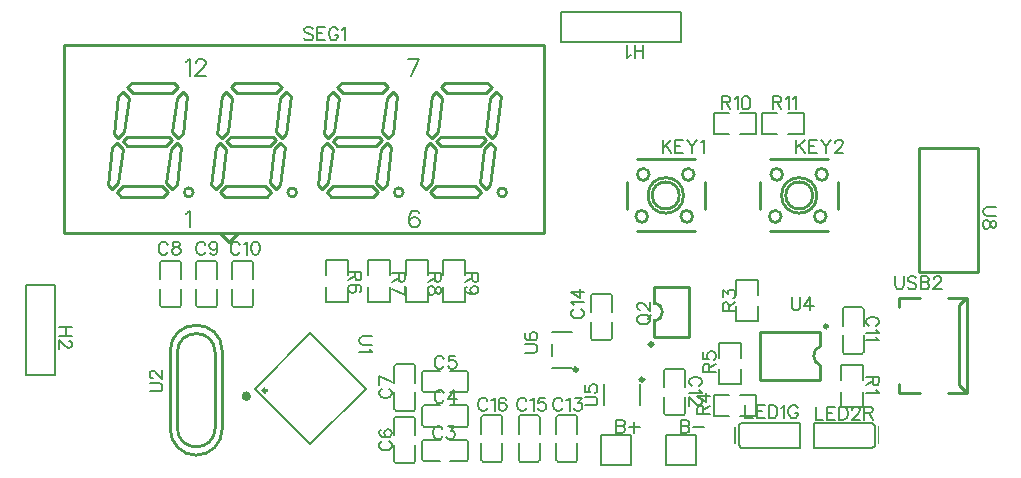
<source format=gto>
G04 Layer: TopSilkscreenLayer*
G04 EasyEDA v6.5.47, 2024-09-12 04:01:22*
G04 8c6c83d31be245b591d831e4eff4e06b,65b0a26063cb4300b6f9becee83ce362,10*
G04 Gerber Generator version 0.2*
G04 Scale: 100 percent, Rotated: No, Reflected: No *
G04 Dimensions in millimeters *
G04 leading zeros omitted , absolute positions ,4 integer and 5 decimal *
%FSLAX45Y45*%
%MOMM*%

%ADD10C,0.1524*%
%ADD11C,0.2032*%
%ADD12C,0.2030*%
%ADD13C,0.2540*%
%ADD14C,0.1500*%
%ADD15C,0.2000*%
%ADD16C,0.2581*%
%ADD17C,0.3000*%
%ADD18C,0.4000*%
%ADD19C,0.0116*%

%LPD*%
D10*
X5181600Y-3565144D02*
G01*
X5181600Y-3674110D01*
X5181600Y-3565144D02*
G01*
X5228336Y-3565144D01*
X5243829Y-3570223D01*
X5249163Y-3575557D01*
X5254243Y-3585971D01*
X5254243Y-3596386D01*
X5249163Y-3606800D01*
X5243829Y-3611879D01*
X5228336Y-3616960D01*
X5181600Y-3616960D02*
G01*
X5228336Y-3616960D01*
X5243829Y-3622294D01*
X5249163Y-3627373D01*
X5254243Y-3637787D01*
X5254243Y-3653536D01*
X5249163Y-3663950D01*
X5243829Y-3669029D01*
X5228336Y-3674110D01*
X5181600Y-3674110D01*
X5335270Y-3580637D02*
G01*
X5335270Y-3674110D01*
X5288534Y-3627373D02*
G01*
X5382259Y-3627373D01*
X5727700Y-3565144D02*
G01*
X5727700Y-3674110D01*
X5727700Y-3565144D02*
G01*
X5774436Y-3565144D01*
X5789929Y-3570223D01*
X5795263Y-3575557D01*
X5800343Y-3585971D01*
X5800343Y-3596386D01*
X5795263Y-3606800D01*
X5789929Y-3611879D01*
X5774436Y-3616960D01*
X5727700Y-3616960D02*
G01*
X5774436Y-3616960D01*
X5789929Y-3622294D01*
X5795263Y-3627373D01*
X5800343Y-3637787D01*
X5800343Y-3653536D01*
X5795263Y-3663950D01*
X5789929Y-3669029D01*
X5774436Y-3674110D01*
X5727700Y-3674110D01*
X5834634Y-3627373D02*
G01*
X5928359Y-3627373D01*
X5410200Y-496315D02*
G01*
X5410200Y-387350D01*
X5337556Y-496315D02*
G01*
X5337556Y-387350D01*
X5410200Y-444500D02*
G01*
X5337556Y-444500D01*
X5303265Y-475487D02*
G01*
X5292852Y-480821D01*
X5277104Y-496315D01*
X5277104Y-387350D01*
X572515Y-2781300D02*
G01*
X463550Y-2781300D01*
X572515Y-2853944D02*
G01*
X463550Y-2853944D01*
X520700Y-2781300D02*
G01*
X520700Y-2853944D01*
X546607Y-2893568D02*
G01*
X551687Y-2893568D01*
X562102Y-2898647D01*
X567436Y-2903981D01*
X572515Y-2914395D01*
X572515Y-2934970D01*
X567436Y-2945384D01*
X562102Y-2950718D01*
X551687Y-2955797D01*
X541273Y-2955797D01*
X530860Y-2950718D01*
X515365Y-2940304D01*
X463550Y-2888234D01*
X463550Y-2961131D01*
X5575300Y-1192784D02*
G01*
X5575300Y-1301750D01*
X5647943Y-1192784D02*
G01*
X5575300Y-1265428D01*
X5601208Y-1239520D02*
G01*
X5647943Y-1301750D01*
X5682234Y-1192784D02*
G01*
X5682234Y-1301750D01*
X5682234Y-1192784D02*
G01*
X5749797Y-1192784D01*
X5682234Y-1244600D02*
G01*
X5723890Y-1244600D01*
X5682234Y-1301750D02*
G01*
X5749797Y-1301750D01*
X5784088Y-1192784D02*
G01*
X5825743Y-1244600D01*
X5825743Y-1301750D01*
X5867400Y-1192784D02*
G01*
X5825743Y-1244600D01*
X5901690Y-1213612D02*
G01*
X5911850Y-1208278D01*
X5927597Y-1192784D01*
X5927597Y-1301750D01*
X6705600Y-1192784D02*
G01*
X6705600Y-1301750D01*
X6778243Y-1192784D02*
G01*
X6705600Y-1265428D01*
X6731508Y-1239520D02*
G01*
X6778243Y-1301750D01*
X6812534Y-1192784D02*
G01*
X6812534Y-1301750D01*
X6812534Y-1192784D02*
G01*
X6880097Y-1192784D01*
X6812534Y-1244600D02*
G01*
X6854190Y-1244600D01*
X6812534Y-1301750D02*
G01*
X6880097Y-1301750D01*
X6914388Y-1192784D02*
G01*
X6956043Y-1244600D01*
X6956043Y-1301750D01*
X6997700Y-1192784D02*
G01*
X6956043Y-1244600D01*
X7037070Y-1218692D02*
G01*
X7037070Y-1213612D01*
X7042150Y-1203197D01*
X7047484Y-1197863D01*
X7057897Y-1192784D01*
X7078725Y-1192784D01*
X7089140Y-1197863D01*
X7094220Y-1203197D01*
X7099300Y-1213612D01*
X7099300Y-1224026D01*
X7094220Y-1234439D01*
X7083806Y-1249934D01*
X7031990Y-1301750D01*
X7104634Y-1301750D01*
X6273805Y-3440673D02*
G01*
X6273805Y-3549639D01*
X6273805Y-3549639D02*
G01*
X6336035Y-3549639D01*
X6370325Y-3440673D02*
G01*
X6370325Y-3549639D01*
X6370325Y-3440673D02*
G01*
X6437889Y-3440673D01*
X6370325Y-3492489D02*
G01*
X6411981Y-3492489D01*
X6370325Y-3549639D02*
G01*
X6437889Y-3549639D01*
X6472179Y-3440673D02*
G01*
X6472179Y-3549639D01*
X6472179Y-3440673D02*
G01*
X6508755Y-3440673D01*
X6524249Y-3445753D01*
X6534663Y-3456167D01*
X6539743Y-3466581D01*
X6545077Y-3482329D01*
X6545077Y-3508237D01*
X6539743Y-3523731D01*
X6534663Y-3534145D01*
X6524249Y-3544559D01*
X6508755Y-3549639D01*
X6472179Y-3549639D01*
X6579367Y-3461501D02*
G01*
X6589781Y-3456167D01*
X6605275Y-3440673D01*
X6605275Y-3549639D01*
X6717543Y-3466581D02*
G01*
X6712209Y-3456167D01*
X6701795Y-3445753D01*
X6691635Y-3440673D01*
X6670807Y-3440673D01*
X6660393Y-3445753D01*
X6649979Y-3456167D01*
X6644645Y-3466581D01*
X6639565Y-3482329D01*
X6639565Y-3508237D01*
X6644645Y-3523731D01*
X6649979Y-3534145D01*
X6660393Y-3544559D01*
X6670807Y-3549639D01*
X6691635Y-3549639D01*
X6701795Y-3544559D01*
X6712209Y-3534145D01*
X6717543Y-3523731D01*
X6717543Y-3508237D01*
X6691635Y-3508237D02*
G01*
X6717543Y-3508237D01*
X6870705Y-3453373D02*
G01*
X6870705Y-3562339D01*
X6870705Y-3562339D02*
G01*
X6932935Y-3562339D01*
X6967225Y-3453373D02*
G01*
X6967225Y-3562339D01*
X6967225Y-3453373D02*
G01*
X7034789Y-3453373D01*
X6967225Y-3505189D02*
G01*
X7008881Y-3505189D01*
X6967225Y-3562339D02*
G01*
X7034789Y-3562339D01*
X7069079Y-3453373D02*
G01*
X7069079Y-3562339D01*
X7069079Y-3453373D02*
G01*
X7105655Y-3453373D01*
X7121149Y-3458453D01*
X7131563Y-3468867D01*
X7136643Y-3479281D01*
X7141977Y-3495029D01*
X7141977Y-3520937D01*
X7136643Y-3536431D01*
X7131563Y-3546845D01*
X7121149Y-3557259D01*
X7105655Y-3562339D01*
X7069079Y-3562339D01*
X7181347Y-3479281D02*
G01*
X7181347Y-3474201D01*
X7186681Y-3463787D01*
X7191761Y-3458453D01*
X7202175Y-3453373D01*
X7223003Y-3453373D01*
X7233417Y-3458453D01*
X7238497Y-3463787D01*
X7243831Y-3474201D01*
X7243831Y-3484615D01*
X7238497Y-3495029D01*
X7228083Y-3510523D01*
X7176267Y-3562339D01*
X7248911Y-3562339D01*
X7283201Y-3453373D02*
G01*
X7283201Y-3562339D01*
X7283201Y-3453373D02*
G01*
X7329937Y-3453373D01*
X7345685Y-3458453D01*
X7350765Y-3463787D01*
X7355845Y-3474201D01*
X7355845Y-3484615D01*
X7350765Y-3495029D01*
X7345685Y-3500109D01*
X7329937Y-3505189D01*
X7283201Y-3505189D01*
X7319523Y-3505189D02*
G01*
X7355845Y-3562339D01*
X5358384Y-2724657D02*
G01*
X5363463Y-2735071D01*
X5373877Y-2745486D01*
X5384291Y-2750820D01*
X5400040Y-2755900D01*
X5425947Y-2755900D01*
X5441441Y-2750820D01*
X5451856Y-2745486D01*
X5462270Y-2735071D01*
X5467350Y-2724657D01*
X5467350Y-2703829D01*
X5462270Y-2693670D01*
X5451856Y-2683255D01*
X5441441Y-2677921D01*
X5425947Y-2672842D01*
X5400040Y-2672842D01*
X5384291Y-2677921D01*
X5373877Y-2683255D01*
X5363463Y-2693670D01*
X5358384Y-2703829D01*
X5358384Y-2724657D01*
X5446775Y-2709163D02*
G01*
X5477763Y-2677921D01*
X5384291Y-2633218D02*
G01*
X5379211Y-2633218D01*
X5368797Y-2628137D01*
X5363463Y-2622804D01*
X5358384Y-2612389D01*
X5358384Y-2591815D01*
X5363463Y-2581402D01*
X5368797Y-2576068D01*
X5379211Y-2570987D01*
X5389625Y-2570987D01*
X5400040Y-2576068D01*
X5415534Y-2586481D01*
X5467350Y-2638552D01*
X5467350Y-2565654D01*
X2612643Y-255778D02*
G01*
X2602229Y-245363D01*
X2586736Y-240284D01*
X2565908Y-240284D01*
X2550413Y-245363D01*
X2540000Y-255778D01*
X2540000Y-266192D01*
X2545079Y-276605D01*
X2550413Y-281939D01*
X2560827Y-287020D01*
X2592070Y-297434D01*
X2602229Y-302513D01*
X2607563Y-307847D01*
X2612643Y-318262D01*
X2612643Y-333755D01*
X2602229Y-344170D01*
X2586736Y-349250D01*
X2565908Y-349250D01*
X2550413Y-344170D01*
X2540000Y-333755D01*
X2646934Y-240284D02*
G01*
X2646934Y-349250D01*
X2646934Y-240284D02*
G01*
X2714497Y-240284D01*
X2646934Y-292100D02*
G01*
X2688590Y-292100D01*
X2646934Y-349250D02*
G01*
X2714497Y-349250D01*
X2826765Y-266192D02*
G01*
X2821686Y-255778D01*
X2811272Y-245363D01*
X2800858Y-240284D01*
X2780029Y-240284D01*
X2769615Y-245363D01*
X2759202Y-255778D01*
X2754122Y-266192D01*
X2748788Y-281939D01*
X2748788Y-307847D01*
X2754122Y-323342D01*
X2759202Y-333755D01*
X2769615Y-344170D01*
X2780029Y-349250D01*
X2800858Y-349250D01*
X2811272Y-344170D01*
X2821686Y-333755D01*
X2826765Y-323342D01*
X2826765Y-307847D01*
X2800858Y-307847D02*
G01*
X2826765Y-307847D01*
X2861056Y-261112D02*
G01*
X2871470Y-255778D01*
X2886963Y-240284D01*
X2886963Y-349250D01*
D11*
X1536700Y-1818894D02*
G01*
X1550415Y-1812289D01*
X1570736Y-1791715D01*
X1570736Y-1934971D01*
X3510788Y-1812289D02*
G01*
X3503929Y-1798573D01*
X3483609Y-1791715D01*
X3469893Y-1791715D01*
X3449574Y-1798573D01*
X3435858Y-1818894D01*
X3429000Y-1853184D01*
X3429000Y-1887220D01*
X3435858Y-1914397D01*
X3449574Y-1928113D01*
X3469893Y-1934971D01*
X3476752Y-1934971D01*
X3497072Y-1928113D01*
X3510788Y-1914397D01*
X3517645Y-1894078D01*
X3517645Y-1887220D01*
X3510788Y-1866645D01*
X3497072Y-1853184D01*
X3476752Y-1846326D01*
X3469893Y-1846326D01*
X3449574Y-1853184D01*
X3435858Y-1866645D01*
X3429000Y-1887220D01*
X3511804Y-509015D02*
G01*
X3443477Y-652271D01*
X3416300Y-509015D02*
G01*
X3511804Y-509015D01*
X1536700Y-536194D02*
G01*
X1550415Y-529589D01*
X1570736Y-509015D01*
X1570736Y-652271D01*
X1622552Y-543052D02*
G01*
X1622552Y-536194D01*
X1629410Y-522731D01*
X1636268Y-515873D01*
X1649984Y-509015D01*
X1677162Y-509015D01*
X1690878Y-515873D01*
X1697736Y-522731D01*
X1704339Y-536194D01*
X1704339Y-549910D01*
X1697736Y-563626D01*
X1684020Y-583945D01*
X1615694Y-652271D01*
X1711197Y-652271D01*
D10*
X3113758Y-2858076D02*
G01*
X3035780Y-2858076D01*
X3020286Y-2863156D01*
X3009872Y-2873570D01*
X3004792Y-2889318D01*
X3004792Y-2899732D01*
X3009872Y-2915226D01*
X3020286Y-2925640D01*
X3035780Y-2930720D01*
X3113758Y-2930720D01*
X3092930Y-2965010D02*
G01*
X3098264Y-2975424D01*
X3113758Y-2991172D01*
X3004792Y-2991172D01*
X6667500Y-2526284D02*
G01*
X6667500Y-2604262D01*
X6672579Y-2619755D01*
X6682993Y-2630170D01*
X6698741Y-2635250D01*
X6709156Y-2635250D01*
X6724650Y-2630170D01*
X6735063Y-2619755D01*
X6740143Y-2604262D01*
X6740143Y-2526284D01*
X6826504Y-2526284D02*
G01*
X6774434Y-2598928D01*
X6852411Y-2598928D01*
X6826504Y-2526284D02*
G01*
X6826504Y-2635250D01*
X4913884Y-3441700D02*
G01*
X4991861Y-3441700D01*
X5007356Y-3436620D01*
X5017770Y-3426205D01*
X5022850Y-3410457D01*
X5022850Y-3400044D01*
X5017770Y-3384550D01*
X5007356Y-3374136D01*
X4991861Y-3369055D01*
X4913884Y-3369055D01*
X4913884Y-3272281D02*
G01*
X4913884Y-3324352D01*
X4960620Y-3329431D01*
X4955540Y-3324352D01*
X4950206Y-3308604D01*
X4950206Y-3293110D01*
X4955540Y-3277615D01*
X4965700Y-3267202D01*
X4981447Y-3261868D01*
X4991861Y-3261868D01*
X5007356Y-3267202D01*
X5017770Y-3277615D01*
X5022850Y-3293110D01*
X5022850Y-3308604D01*
X5017770Y-3324352D01*
X5012690Y-3329431D01*
X5002275Y-3334765D01*
X4405884Y-2997200D02*
G01*
X4483861Y-2997200D01*
X4499356Y-2992120D01*
X4509770Y-2981705D01*
X4514850Y-2965957D01*
X4514850Y-2955544D01*
X4509770Y-2940050D01*
X4499356Y-2929636D01*
X4483861Y-2924555D01*
X4405884Y-2924555D01*
X4421377Y-2827781D02*
G01*
X4410963Y-2833115D01*
X4405884Y-2848610D01*
X4405884Y-2859023D01*
X4410963Y-2874518D01*
X4426711Y-2884931D01*
X4452620Y-2890265D01*
X4478527Y-2890265D01*
X4499356Y-2884931D01*
X4509770Y-2874518D01*
X4514850Y-2859023D01*
X4514850Y-2853689D01*
X4509770Y-2838195D01*
X4499356Y-2827781D01*
X4483861Y-2822702D01*
X4478527Y-2822702D01*
X4463034Y-2827781D01*
X4452620Y-2838195D01*
X4447540Y-2853689D01*
X4447540Y-2859023D01*
X4452620Y-2874518D01*
X4463034Y-2884931D01*
X4478527Y-2890265D01*
X8395715Y-1765300D02*
G01*
X8317738Y-1765300D01*
X8302243Y-1770379D01*
X8291829Y-1780794D01*
X8286750Y-1796542D01*
X8286750Y-1806955D01*
X8291829Y-1822450D01*
X8302243Y-1832863D01*
X8317738Y-1837944D01*
X8395715Y-1837944D01*
X8395715Y-1898395D02*
G01*
X8390636Y-1882647D01*
X8380222Y-1877568D01*
X8369808Y-1877568D01*
X8359393Y-1882647D01*
X8354059Y-1893062D01*
X8348979Y-1913889D01*
X8343900Y-1929384D01*
X8333486Y-1939797D01*
X8323072Y-1945131D01*
X8307324Y-1945131D01*
X8296909Y-1939797D01*
X8291829Y-1934718D01*
X8286750Y-1918970D01*
X8286750Y-1898395D01*
X8291829Y-1882647D01*
X8296909Y-1877568D01*
X8307324Y-1872234D01*
X8323072Y-1872234D01*
X8333486Y-1877568D01*
X8343900Y-1887981D01*
X8348979Y-1903476D01*
X8354059Y-1924304D01*
X8359393Y-1934718D01*
X8369808Y-1939797D01*
X8380222Y-1939797D01*
X8390636Y-1934718D01*
X8395715Y-1918970D01*
X8395715Y-1898395D01*
X7543800Y-2348494D02*
G01*
X7543800Y-2426472D01*
X7548879Y-2441966D01*
X7559293Y-2452380D01*
X7575041Y-2457460D01*
X7585456Y-2457460D01*
X7600950Y-2452380D01*
X7611363Y-2441966D01*
X7616443Y-2426472D01*
X7616443Y-2348494D01*
X7723631Y-2363988D02*
G01*
X7713218Y-2353574D01*
X7697470Y-2348494D01*
X7676895Y-2348494D01*
X7661147Y-2353574D01*
X7650734Y-2363988D01*
X7650734Y-2374402D01*
X7656068Y-2384816D01*
X7661147Y-2390150D01*
X7671561Y-2395230D01*
X7702804Y-2405644D01*
X7713218Y-2410724D01*
X7718297Y-2416058D01*
X7723631Y-2426472D01*
X7723631Y-2441966D01*
X7713218Y-2452380D01*
X7697470Y-2457460D01*
X7676895Y-2457460D01*
X7661147Y-2452380D01*
X7650734Y-2441966D01*
X7757922Y-2348494D02*
G01*
X7757922Y-2457460D01*
X7757922Y-2348494D02*
G01*
X7804658Y-2348494D01*
X7820152Y-2353574D01*
X7825486Y-2358908D01*
X7830565Y-2369322D01*
X7830565Y-2379736D01*
X7825486Y-2390150D01*
X7820152Y-2395230D01*
X7804658Y-2400310D01*
X7757922Y-2400310D02*
G01*
X7804658Y-2400310D01*
X7820152Y-2405644D01*
X7825486Y-2410724D01*
X7830565Y-2421138D01*
X7830565Y-2436886D01*
X7825486Y-2447300D01*
X7820152Y-2452380D01*
X7804658Y-2457460D01*
X7757922Y-2457460D01*
X7870190Y-2374402D02*
G01*
X7870190Y-2369322D01*
X7875270Y-2358908D01*
X7880350Y-2353574D01*
X7890763Y-2348494D01*
X7911591Y-2348494D01*
X7922006Y-2353574D01*
X7927340Y-2358908D01*
X7932420Y-2369322D01*
X7932420Y-2379736D01*
X7927340Y-2390150D01*
X7916925Y-2405644D01*
X7864856Y-2457460D01*
X7937500Y-2457460D01*
X1230764Y-3323892D02*
G01*
X1308742Y-3323892D01*
X1324490Y-3318812D01*
X1334650Y-3308398D01*
X1339984Y-3292650D01*
X1339984Y-3282236D01*
X1334650Y-3266742D01*
X1324490Y-3256328D01*
X1308742Y-3251248D01*
X1230764Y-3251248D01*
X1256926Y-3211624D02*
G01*
X1251592Y-3211624D01*
X1241178Y-3206544D01*
X1236098Y-3201210D01*
X1230764Y-3190796D01*
X1230764Y-3170222D01*
X1236098Y-3159808D01*
X1241178Y-3154474D01*
X1251592Y-3149394D01*
X1262006Y-3149394D01*
X1272420Y-3154474D01*
X1287914Y-3164888D01*
X1339984Y-3216958D01*
X1339984Y-3144060D01*
X7405115Y-3200400D02*
G01*
X7296150Y-3200400D01*
X7405115Y-3200400D02*
G01*
X7405115Y-3247136D01*
X7400036Y-3262629D01*
X7394702Y-3267963D01*
X7384288Y-3273044D01*
X7373874Y-3273044D01*
X7363459Y-3267963D01*
X7358379Y-3262629D01*
X7353300Y-3247136D01*
X7353300Y-3200400D01*
X7353300Y-3236721D02*
G01*
X7296150Y-3273044D01*
X7384288Y-3307334D02*
G01*
X7389622Y-3317747D01*
X7405115Y-3333495D01*
X7296150Y-3333495D01*
X6082284Y-2641600D02*
G01*
X6191250Y-2641600D01*
X6082284Y-2641600D02*
G01*
X6082284Y-2594863D01*
X6087363Y-2579370D01*
X6092697Y-2574036D01*
X6103111Y-2568955D01*
X6113525Y-2568955D01*
X6123940Y-2574036D01*
X6129020Y-2579370D01*
X6134100Y-2594863D01*
X6134100Y-2641600D01*
X6134100Y-2605278D02*
G01*
X6191250Y-2568955D01*
X6082284Y-2524252D02*
G01*
X6082284Y-2467102D01*
X6123940Y-2498089D01*
X6123940Y-2482595D01*
X6129020Y-2472181D01*
X6134100Y-2467102D01*
X6149847Y-2461768D01*
X6160261Y-2461768D01*
X6175756Y-2467102D01*
X6186170Y-2477515D01*
X6191250Y-2493010D01*
X6191250Y-2508504D01*
X6186170Y-2524252D01*
X6181090Y-2529331D01*
X6170675Y-2534665D01*
X5866384Y-3517823D02*
G01*
X5975350Y-3517823D01*
X5866384Y-3517823D02*
G01*
X5866384Y-3471087D01*
X5871463Y-3455593D01*
X5876797Y-3450259D01*
X5887211Y-3445179D01*
X5897625Y-3445179D01*
X5908040Y-3450259D01*
X5913120Y-3455593D01*
X5918200Y-3471087D01*
X5918200Y-3517823D01*
X5918200Y-3481501D02*
G01*
X5975350Y-3445179D01*
X5866384Y-3358819D02*
G01*
X5939027Y-3410889D01*
X5939027Y-3332911D01*
X5866384Y-3358819D02*
G01*
X5975350Y-3358819D01*
X5917184Y-3162300D02*
G01*
X6026150Y-3162300D01*
X5917184Y-3162300D02*
G01*
X5917184Y-3115563D01*
X5922263Y-3100070D01*
X5927597Y-3094736D01*
X5938011Y-3089655D01*
X5948425Y-3089655D01*
X5958840Y-3094736D01*
X5963920Y-3100070D01*
X5969000Y-3115563D01*
X5969000Y-3162300D01*
X5969000Y-3125978D02*
G01*
X6026150Y-3089655D01*
X5917184Y-2992881D02*
G01*
X5917184Y-3044952D01*
X5963920Y-3050031D01*
X5958840Y-3044952D01*
X5953506Y-3029204D01*
X5953506Y-3013710D01*
X5958840Y-2998215D01*
X5969000Y-2987802D01*
X5984747Y-2982468D01*
X5995161Y-2982468D01*
X6010656Y-2987802D01*
X6021070Y-2998215D01*
X6026150Y-3013710D01*
X6026150Y-3029204D01*
X6021070Y-3044952D01*
X6015990Y-3050031D01*
X6005575Y-3055365D01*
X3023615Y-2311400D02*
G01*
X2914650Y-2311400D01*
X3023615Y-2311400D02*
G01*
X3023615Y-2358136D01*
X3018536Y-2373629D01*
X3013202Y-2378963D01*
X3002788Y-2384044D01*
X2992374Y-2384044D01*
X2981959Y-2378963D01*
X2976879Y-2373629D01*
X2971800Y-2358136D01*
X2971800Y-2311400D01*
X2971800Y-2347721D02*
G01*
X2914650Y-2384044D01*
X3008122Y-2480818D02*
G01*
X3018536Y-2475484D01*
X3023615Y-2459989D01*
X3023615Y-2449576D01*
X3018536Y-2434081D01*
X3002788Y-2423668D01*
X2976879Y-2418334D01*
X2950972Y-2418334D01*
X2930143Y-2423668D01*
X2919729Y-2434081D01*
X2914650Y-2449576D01*
X2914650Y-2454910D01*
X2919729Y-2470404D01*
X2930143Y-2480818D01*
X2945638Y-2485897D01*
X2950972Y-2485897D01*
X2966465Y-2480818D01*
X2976879Y-2470404D01*
X2981959Y-2454910D01*
X2981959Y-2449576D01*
X2976879Y-2434081D01*
X2966465Y-2423668D01*
X2950972Y-2418334D01*
X3391915Y-2324176D02*
G01*
X3282950Y-2324176D01*
X3391915Y-2324176D02*
G01*
X3391915Y-2370912D01*
X3386836Y-2386406D01*
X3381502Y-2391740D01*
X3371088Y-2396820D01*
X3360674Y-2396820D01*
X3350259Y-2391740D01*
X3345179Y-2386406D01*
X3340100Y-2370912D01*
X3340100Y-2324176D01*
X3340100Y-2360498D02*
G01*
X3282950Y-2396820D01*
X3391915Y-2503754D02*
G01*
X3282950Y-2451938D01*
X3391915Y-2431110D02*
G01*
X3391915Y-2503754D01*
X3696715Y-2324176D02*
G01*
X3587750Y-2324176D01*
X3696715Y-2324176D02*
G01*
X3696715Y-2370912D01*
X3691636Y-2386406D01*
X3686302Y-2391740D01*
X3675888Y-2396820D01*
X3665474Y-2396820D01*
X3655059Y-2391740D01*
X3649979Y-2386406D01*
X3644900Y-2370912D01*
X3644900Y-2324176D01*
X3644900Y-2360498D02*
G01*
X3587750Y-2396820D01*
X3696715Y-2457018D02*
G01*
X3691636Y-2441524D01*
X3681222Y-2436444D01*
X3670808Y-2436444D01*
X3660393Y-2441524D01*
X3655059Y-2451938D01*
X3649979Y-2472766D01*
X3644900Y-2488260D01*
X3634486Y-2498674D01*
X3624072Y-2503754D01*
X3608324Y-2503754D01*
X3597909Y-2498674D01*
X3592829Y-2493594D01*
X3587750Y-2477846D01*
X3587750Y-2457018D01*
X3592829Y-2441524D01*
X3597909Y-2436444D01*
X3608324Y-2431110D01*
X3624072Y-2431110D01*
X3634486Y-2436444D01*
X3644900Y-2446604D01*
X3649979Y-2462352D01*
X3655059Y-2483180D01*
X3660393Y-2493594D01*
X3670808Y-2498674D01*
X3681222Y-2498674D01*
X3691636Y-2493594D01*
X3696715Y-2477846D01*
X3696715Y-2457018D01*
X4014215Y-2324176D02*
G01*
X3905250Y-2324176D01*
X4014215Y-2324176D02*
G01*
X4014215Y-2370912D01*
X4009136Y-2386406D01*
X4003802Y-2391740D01*
X3993388Y-2396820D01*
X3982974Y-2396820D01*
X3972559Y-2391740D01*
X3967479Y-2386406D01*
X3962400Y-2370912D01*
X3962400Y-2324176D01*
X3962400Y-2360498D02*
G01*
X3905250Y-2396820D01*
X3977893Y-2498674D02*
G01*
X3962400Y-2493594D01*
X3951986Y-2483180D01*
X3946652Y-2467432D01*
X3946652Y-2462352D01*
X3951986Y-2446604D01*
X3962400Y-2436444D01*
X3977893Y-2431110D01*
X3982974Y-2431110D01*
X3998722Y-2436444D01*
X4009136Y-2446604D01*
X4014215Y-2462352D01*
X4014215Y-2467432D01*
X4009136Y-2483180D01*
X3998722Y-2493594D01*
X3977893Y-2498674D01*
X3951986Y-2498674D01*
X3925824Y-2493594D01*
X3910329Y-2483180D01*
X3905250Y-2467432D01*
X3905250Y-2457018D01*
X3910329Y-2441524D01*
X3920743Y-2436444D01*
X6076149Y-824484D02*
G01*
X6076149Y-933450D01*
X6076149Y-824484D02*
G01*
X6122885Y-824484D01*
X6138379Y-829563D01*
X6143713Y-834897D01*
X6148793Y-845312D01*
X6148793Y-855726D01*
X6143713Y-866139D01*
X6138379Y-871220D01*
X6122885Y-876300D01*
X6076149Y-876300D01*
X6112471Y-876300D02*
G01*
X6148793Y-933450D01*
X6183083Y-845312D02*
G01*
X6193497Y-839978D01*
X6209245Y-824484D01*
X6209245Y-933450D01*
X6274523Y-824484D02*
G01*
X6259029Y-829563D01*
X6248615Y-845312D01*
X6243535Y-871220D01*
X6243535Y-886713D01*
X6248615Y-912876D01*
X6259029Y-928370D01*
X6274523Y-933450D01*
X6284937Y-933450D01*
X6300685Y-928370D01*
X6311099Y-912876D01*
X6316179Y-886713D01*
X6316179Y-871220D01*
X6311099Y-845312D01*
X6300685Y-829563D01*
X6284937Y-824484D01*
X6274523Y-824484D01*
X6507949Y-824484D02*
G01*
X6507949Y-933450D01*
X6507949Y-824484D02*
G01*
X6554685Y-824484D01*
X6570179Y-829563D01*
X6575513Y-834897D01*
X6580593Y-845312D01*
X6580593Y-855726D01*
X6575513Y-866139D01*
X6570179Y-871220D01*
X6554685Y-876300D01*
X6507949Y-876300D01*
X6544271Y-876300D02*
G01*
X6580593Y-933450D01*
X6614883Y-845312D02*
G01*
X6625297Y-839978D01*
X6641045Y-824484D01*
X6641045Y-933450D01*
X6675335Y-845312D02*
G01*
X6685749Y-839978D01*
X6701243Y-824484D01*
X6701243Y-933450D01*
X3710152Y-3644392D02*
G01*
X3704818Y-3633978D01*
X3694658Y-3623563D01*
X3684244Y-3618484D01*
X3663416Y-3618484D01*
X3653002Y-3623563D01*
X3642588Y-3633978D01*
X3637508Y-3644392D01*
X3632174Y-3660139D01*
X3632174Y-3686047D01*
X3637508Y-3701542D01*
X3642588Y-3711955D01*
X3653002Y-3722370D01*
X3663416Y-3727450D01*
X3684244Y-3727450D01*
X3694658Y-3722370D01*
X3704818Y-3711955D01*
X3710152Y-3701542D01*
X3754856Y-3618484D02*
G01*
X3812006Y-3618484D01*
X3780764Y-3660139D01*
X3796258Y-3660139D01*
X3806672Y-3665220D01*
X3812006Y-3670300D01*
X3817086Y-3686047D01*
X3817086Y-3696462D01*
X3812006Y-3711955D01*
X3801592Y-3722370D01*
X3786098Y-3727450D01*
X3770350Y-3727450D01*
X3754856Y-3722370D01*
X3749522Y-3717289D01*
X3744442Y-3706876D01*
X3722852Y-3339592D02*
G01*
X3717518Y-3329178D01*
X3707358Y-3318763D01*
X3696944Y-3313684D01*
X3676116Y-3313684D01*
X3665702Y-3318763D01*
X3655288Y-3329178D01*
X3650208Y-3339592D01*
X3644874Y-3355339D01*
X3644874Y-3381247D01*
X3650208Y-3396742D01*
X3655288Y-3407155D01*
X3665702Y-3417570D01*
X3676116Y-3422650D01*
X3696944Y-3422650D01*
X3707358Y-3417570D01*
X3717518Y-3407155D01*
X3722852Y-3396742D01*
X3808958Y-3313684D02*
G01*
X3757142Y-3386328D01*
X3835120Y-3386328D01*
X3808958Y-3313684D02*
G01*
X3808958Y-3422650D01*
X3722852Y-3047492D02*
G01*
X3717518Y-3037078D01*
X3707358Y-3026663D01*
X3696944Y-3021584D01*
X3676116Y-3021584D01*
X3665702Y-3026663D01*
X3655288Y-3037078D01*
X3650208Y-3047492D01*
X3644874Y-3063239D01*
X3644874Y-3089147D01*
X3650208Y-3104642D01*
X3655288Y-3115055D01*
X3665702Y-3125470D01*
X3676116Y-3130550D01*
X3696944Y-3130550D01*
X3707358Y-3125470D01*
X3717518Y-3115055D01*
X3722852Y-3104642D01*
X3819372Y-3021584D02*
G01*
X3767556Y-3021584D01*
X3762222Y-3068320D01*
X3767556Y-3063239D01*
X3783050Y-3057905D01*
X3798798Y-3057905D01*
X3814292Y-3063239D01*
X3824706Y-3073400D01*
X3829786Y-3089147D01*
X3829786Y-3099562D01*
X3824706Y-3115055D01*
X3814292Y-3125470D01*
X3798798Y-3130550D01*
X3783050Y-3130550D01*
X3767556Y-3125470D01*
X3762222Y-3120389D01*
X3757142Y-3109976D01*
X3199891Y-3744747D02*
G01*
X3189477Y-3750081D01*
X3179063Y-3760241D01*
X3173984Y-3770655D01*
X3173984Y-3791483D01*
X3179063Y-3801897D01*
X3189477Y-3812311D01*
X3199891Y-3817391D01*
X3215640Y-3822725D01*
X3241547Y-3822725D01*
X3257041Y-3817391D01*
X3267456Y-3812311D01*
X3277870Y-3801897D01*
X3282950Y-3791483D01*
X3282950Y-3770655D01*
X3277870Y-3760241D01*
X3267456Y-3750081D01*
X3257041Y-3744747D01*
X3189477Y-3648227D02*
G01*
X3179063Y-3653307D01*
X3173984Y-3668801D01*
X3173984Y-3679215D01*
X3179063Y-3694963D01*
X3194811Y-3705377D01*
X3220720Y-3710457D01*
X3246627Y-3710457D01*
X3267456Y-3705377D01*
X3277870Y-3694963D01*
X3282950Y-3679215D01*
X3282950Y-3674135D01*
X3277870Y-3658641D01*
X3267456Y-3648227D01*
X3251961Y-3642893D01*
X3246627Y-3642893D01*
X3231134Y-3648227D01*
X3220720Y-3658641D01*
X3215640Y-3674135D01*
X3215640Y-3679215D01*
X3220720Y-3694963D01*
X3231134Y-3705377D01*
X3246627Y-3710457D01*
X3199891Y-3300247D02*
G01*
X3189477Y-3305581D01*
X3179063Y-3315741D01*
X3173984Y-3326155D01*
X3173984Y-3346983D01*
X3179063Y-3357397D01*
X3189477Y-3367811D01*
X3199891Y-3372891D01*
X3215640Y-3378225D01*
X3241547Y-3378225D01*
X3257041Y-3372891D01*
X3267456Y-3367811D01*
X3277870Y-3357397D01*
X3282950Y-3346983D01*
X3282950Y-3326155D01*
X3277870Y-3315741D01*
X3267456Y-3305581D01*
X3257041Y-3300247D01*
X3173984Y-3193313D02*
G01*
X3282950Y-3245129D01*
X3173984Y-3265957D02*
G01*
X3173984Y-3193313D01*
X1386052Y-2082292D02*
G01*
X1380718Y-2071878D01*
X1370558Y-2061463D01*
X1360144Y-2056384D01*
X1339316Y-2056384D01*
X1328902Y-2061463D01*
X1318488Y-2071878D01*
X1313408Y-2082292D01*
X1308074Y-2098039D01*
X1308074Y-2123947D01*
X1313408Y-2139442D01*
X1318488Y-2149855D01*
X1328902Y-2160270D01*
X1339316Y-2165350D01*
X1360144Y-2165350D01*
X1370558Y-2160270D01*
X1380718Y-2149855D01*
X1386052Y-2139442D01*
X1446250Y-2056384D02*
G01*
X1430756Y-2061463D01*
X1425422Y-2071878D01*
X1425422Y-2082292D01*
X1430756Y-2092705D01*
X1441170Y-2098039D01*
X1461998Y-2103120D01*
X1477492Y-2108200D01*
X1487906Y-2118613D01*
X1492986Y-2129028D01*
X1492986Y-2144776D01*
X1487906Y-2155189D01*
X1482572Y-2160270D01*
X1467078Y-2165350D01*
X1446250Y-2165350D01*
X1430756Y-2160270D01*
X1425422Y-2155189D01*
X1420342Y-2144776D01*
X1420342Y-2129028D01*
X1425422Y-2118613D01*
X1435836Y-2108200D01*
X1451584Y-2103120D01*
X1472158Y-2098039D01*
X1482572Y-2092705D01*
X1487906Y-2082292D01*
X1487906Y-2071878D01*
X1482572Y-2061463D01*
X1467078Y-2056384D01*
X1446250Y-2056384D01*
X1703552Y-2082292D02*
G01*
X1698218Y-2071878D01*
X1688058Y-2061463D01*
X1677644Y-2056384D01*
X1656816Y-2056384D01*
X1646402Y-2061463D01*
X1635988Y-2071878D01*
X1630908Y-2082292D01*
X1625574Y-2098039D01*
X1625574Y-2123947D01*
X1630908Y-2139442D01*
X1635988Y-2149855D01*
X1646402Y-2160270D01*
X1656816Y-2165350D01*
X1677644Y-2165350D01*
X1688058Y-2160270D01*
X1698218Y-2149855D01*
X1703552Y-2139442D01*
X1805406Y-2092705D02*
G01*
X1800072Y-2108200D01*
X1789658Y-2118613D01*
X1774164Y-2123947D01*
X1769084Y-2123947D01*
X1753336Y-2118613D01*
X1742922Y-2108200D01*
X1737842Y-2092705D01*
X1737842Y-2087626D01*
X1742922Y-2071878D01*
X1753336Y-2061463D01*
X1769084Y-2056384D01*
X1774164Y-2056384D01*
X1789658Y-2061463D01*
X1800072Y-2071878D01*
X1805406Y-2092705D01*
X1805406Y-2118613D01*
X1800072Y-2144776D01*
X1789658Y-2160270D01*
X1774164Y-2165350D01*
X1763750Y-2165350D01*
X1748256Y-2160270D01*
X1742922Y-2149855D01*
X1995652Y-2082292D02*
G01*
X1990318Y-2071878D01*
X1980158Y-2061463D01*
X1969744Y-2056384D01*
X1948916Y-2056384D01*
X1938502Y-2061463D01*
X1928088Y-2071878D01*
X1923008Y-2082292D01*
X1917674Y-2098039D01*
X1917674Y-2123947D01*
X1923008Y-2139442D01*
X1928088Y-2149855D01*
X1938502Y-2160270D01*
X1948916Y-2165350D01*
X1969744Y-2165350D01*
X1980158Y-2160270D01*
X1990318Y-2149855D01*
X1995652Y-2139442D01*
X2029942Y-2077212D02*
G01*
X2040356Y-2071878D01*
X2055850Y-2056384D01*
X2055850Y-2165350D01*
X2121382Y-2056384D02*
G01*
X2105888Y-2061463D01*
X2095474Y-2077212D01*
X2090140Y-2103120D01*
X2090140Y-2118613D01*
X2095474Y-2144776D01*
X2105888Y-2160270D01*
X2121382Y-2165350D01*
X2131796Y-2165350D01*
X2147290Y-2160270D01*
X2157704Y-2144776D01*
X2163038Y-2118613D01*
X2163038Y-2103120D01*
X2157704Y-2077212D01*
X2147290Y-2061463D01*
X2131796Y-2056384D01*
X2121382Y-2056384D01*
X7379208Y-2770378D02*
G01*
X7389622Y-2765044D01*
X7400036Y-2754629D01*
X7405115Y-2744470D01*
X7405115Y-2723642D01*
X7400036Y-2713228D01*
X7389622Y-2702813D01*
X7379208Y-2697479D01*
X7363459Y-2692400D01*
X7337552Y-2692400D01*
X7322058Y-2697479D01*
X7311643Y-2702813D01*
X7301229Y-2713228D01*
X7296150Y-2723642D01*
X7296150Y-2744470D01*
X7301229Y-2754629D01*
X7311643Y-2765044D01*
X7322058Y-2770378D01*
X7384288Y-2804668D02*
G01*
X7389622Y-2815081D01*
X7405115Y-2830576D01*
X7296150Y-2830576D01*
X7384288Y-2864865D02*
G01*
X7389622Y-2875279D01*
X7405115Y-2890773D01*
X7296150Y-2890773D01*
X5880608Y-3278378D02*
G01*
X5891022Y-3273044D01*
X5901436Y-3262629D01*
X5906515Y-3252470D01*
X5906515Y-3231642D01*
X5901436Y-3221228D01*
X5891022Y-3210813D01*
X5880608Y-3205479D01*
X5864859Y-3200400D01*
X5838952Y-3200400D01*
X5823458Y-3205479D01*
X5813043Y-3210813D01*
X5802629Y-3221228D01*
X5797550Y-3231642D01*
X5797550Y-3252470D01*
X5802629Y-3262629D01*
X5813043Y-3273044D01*
X5823458Y-3278378D01*
X5885688Y-3312668D02*
G01*
X5891022Y-3323081D01*
X5906515Y-3338576D01*
X5797550Y-3338576D01*
X5880608Y-3378200D02*
G01*
X5885688Y-3378200D01*
X5896102Y-3383279D01*
X5901436Y-3388360D01*
X5906515Y-3398773D01*
X5906515Y-3419602D01*
X5901436Y-3430015D01*
X5896102Y-3435350D01*
X5885688Y-3440429D01*
X5875274Y-3440429D01*
X5864859Y-3435350D01*
X5849365Y-3424936D01*
X5797550Y-3372865D01*
X5797550Y-3445510D01*
X4726177Y-3403092D02*
G01*
X4720843Y-3392678D01*
X4710429Y-3382263D01*
X4700270Y-3377184D01*
X4679441Y-3377184D01*
X4669027Y-3382263D01*
X4658613Y-3392678D01*
X4653279Y-3403092D01*
X4648200Y-3418839D01*
X4648200Y-3444747D01*
X4653279Y-3460242D01*
X4658613Y-3470655D01*
X4669027Y-3481070D01*
X4679441Y-3486150D01*
X4700270Y-3486150D01*
X4710429Y-3481070D01*
X4720843Y-3470655D01*
X4726177Y-3460242D01*
X4760468Y-3398012D02*
G01*
X4770881Y-3392678D01*
X4786375Y-3377184D01*
X4786375Y-3486150D01*
X4831079Y-3377184D02*
G01*
X4888229Y-3377184D01*
X4856988Y-3418839D01*
X4872736Y-3418839D01*
X4883150Y-3423920D01*
X4888229Y-3429000D01*
X4893309Y-3444747D01*
X4893309Y-3455162D01*
X4888229Y-3470655D01*
X4877815Y-3481070D01*
X4862322Y-3486150D01*
X4846574Y-3486150D01*
X4831079Y-3481070D01*
X4826000Y-3475989D01*
X4820665Y-3465576D01*
X4825491Y-2627147D02*
G01*
X4815077Y-2632481D01*
X4804663Y-2642641D01*
X4799584Y-2653055D01*
X4799584Y-2673883D01*
X4804663Y-2684297D01*
X4815077Y-2694711D01*
X4825491Y-2699791D01*
X4841240Y-2705125D01*
X4867147Y-2705125D01*
X4882641Y-2699791D01*
X4893056Y-2694711D01*
X4903470Y-2684297D01*
X4908550Y-2673883D01*
X4908550Y-2653055D01*
X4903470Y-2642641D01*
X4893056Y-2632481D01*
X4882641Y-2627147D01*
X4820411Y-2592857D02*
G01*
X4815077Y-2582443D01*
X4799584Y-2566949D01*
X4908550Y-2566949D01*
X4799584Y-2480589D02*
G01*
X4872227Y-2532659D01*
X4872227Y-2454681D01*
X4799584Y-2480589D02*
G01*
X4908550Y-2480589D01*
X4421352Y-3403092D02*
G01*
X4416018Y-3392678D01*
X4405858Y-3382263D01*
X4395444Y-3377184D01*
X4374616Y-3377184D01*
X4364202Y-3382263D01*
X4353788Y-3392678D01*
X4348708Y-3403092D01*
X4343374Y-3418839D01*
X4343374Y-3444747D01*
X4348708Y-3460242D01*
X4353788Y-3470655D01*
X4364202Y-3481070D01*
X4374616Y-3486150D01*
X4395444Y-3486150D01*
X4405858Y-3481070D01*
X4416018Y-3470655D01*
X4421352Y-3460242D01*
X4455642Y-3398012D02*
G01*
X4466056Y-3392678D01*
X4481550Y-3377184D01*
X4481550Y-3486150D01*
X4578324Y-3377184D02*
G01*
X4526254Y-3377184D01*
X4521174Y-3423920D01*
X4526254Y-3418839D01*
X4541748Y-3413505D01*
X4557496Y-3413505D01*
X4572990Y-3418839D01*
X4583404Y-3429000D01*
X4588738Y-3444747D01*
X4588738Y-3455162D01*
X4583404Y-3470655D01*
X4572990Y-3481070D01*
X4557496Y-3486150D01*
X4541748Y-3486150D01*
X4526254Y-3481070D01*
X4521174Y-3475989D01*
X4515840Y-3465576D01*
X4091152Y-3403092D02*
G01*
X4085818Y-3392678D01*
X4075658Y-3382263D01*
X4065244Y-3377184D01*
X4044416Y-3377184D01*
X4034002Y-3382263D01*
X4023588Y-3392678D01*
X4018508Y-3403092D01*
X4013174Y-3418839D01*
X4013174Y-3444747D01*
X4018508Y-3460242D01*
X4023588Y-3470655D01*
X4034002Y-3481070D01*
X4044416Y-3486150D01*
X4065244Y-3486150D01*
X4075658Y-3481070D01*
X4085818Y-3470655D01*
X4091152Y-3460242D01*
X4125442Y-3398012D02*
G01*
X4135856Y-3392678D01*
X4151350Y-3377184D01*
X4151350Y-3486150D01*
X4248124Y-3392678D02*
G01*
X4242790Y-3382263D01*
X4227296Y-3377184D01*
X4216882Y-3377184D01*
X4201388Y-3382263D01*
X4190974Y-3398012D01*
X4185640Y-3423920D01*
X4185640Y-3449828D01*
X4190974Y-3470655D01*
X4201388Y-3481070D01*
X4216882Y-3486150D01*
X4221962Y-3486150D01*
X4237710Y-3481070D01*
X4248124Y-3470655D01*
X4253204Y-3455162D01*
X4253204Y-3449828D01*
X4248124Y-3434334D01*
X4237710Y-3423920D01*
X4221962Y-3418839D01*
X4216882Y-3418839D01*
X4201388Y-3423920D01*
X4190974Y-3434334D01*
X4185640Y-3449828D01*
G36*
X6178397Y-3621582D02*
G01*
X6178397Y-3771798D01*
X6193637Y-3771798D01*
X6193637Y-3621582D01*
G37*
G36*
X7395362Y-3619601D02*
G01*
X7395362Y-3769817D01*
X7410602Y-3769817D01*
X7410602Y-3619601D01*
G37*
D11*
X5308600Y-3949700D02*
G01*
X5054600Y-3949700D01*
X5054600Y-3695700D01*
X5308600Y-3695700D01*
X5308600Y-3886200D01*
D12*
X5308600Y-3949700D02*
G01*
X5308600Y-3886200D01*
D11*
X5854700Y-3949700D02*
G01*
X5600700Y-3949700D01*
X5600700Y-3695700D01*
X5854700Y-3695700D01*
X5854700Y-3886200D01*
D12*
X5854700Y-3949700D02*
G01*
X5854700Y-3886200D01*
D11*
X4711700Y-368300D02*
G01*
X4711700Y-114300D01*
X5727700Y-114300D01*
X5727700Y-368300D01*
X5537200Y-368300D01*
D12*
X4711700Y-368300D02*
G01*
X5537200Y-368300D01*
D11*
X431800Y-2933700D02*
G01*
X431800Y-3187700D01*
X180339Y-3187700D01*
X180339Y-2425700D01*
X431800Y-2425700D01*
X431800Y-2933700D01*
D13*
X5930900Y-1551655D02*
G01*
X5930900Y-1775744D01*
X5355686Y-1358900D02*
G01*
X5845713Y-1358900D01*
X5270500Y-1551655D02*
G01*
X5270500Y-1775744D01*
X5355686Y-1968500D02*
G01*
X5845713Y-1968500D01*
X7061200Y-1551655D02*
G01*
X7061200Y-1775744D01*
X6485986Y-1358900D02*
G01*
X6976013Y-1358900D01*
X6400800Y-1551655D02*
G01*
X6400800Y-1775744D01*
X6485986Y-1968500D02*
G01*
X6976013Y-1968500D01*
D14*
X6218001Y-3616703D02*
G01*
X6218001Y-3608697D01*
X6238001Y-3588699D01*
X6734002Y-3588699D01*
X6734002Y-3799700D01*
X6238999Y-3799700D01*
X6218001Y-3616703D02*
G01*
X6218001Y-3778702D01*
X6238999Y-3799700D01*
X7370998Y-3774696D02*
G01*
X7370998Y-3782702D01*
X7350998Y-3802700D01*
X6854997Y-3802700D01*
X6854997Y-3591699D01*
X7350000Y-3591699D01*
X7370998Y-3774696D02*
G01*
X7370998Y-3612697D01*
X7350000Y-3591699D01*
D13*
X5501485Y-2865120D02*
G01*
X5801499Y-2865120D01*
X5801499Y-2438400D01*
X5797791Y-2438400D02*
G01*
X5501500Y-2438400D01*
X5501485Y-2578100D02*
G01*
X5501485Y-2438400D01*
X5501485Y-2865120D02*
G01*
X5501485Y-2725420D01*
X3606800Y-1638300D02*
G01*
X3657600Y-1587500D01*
X3987800Y-1587500D01*
X4038600Y-1638300D01*
X4000500Y-1676400D01*
X3644900Y-1676400D01*
X3606800Y-1638300D01*
X3568700Y-1612900D02*
G01*
X3530600Y-1574800D01*
X3568700Y-1257300D01*
X3606800Y-1219200D01*
X3657600Y-1270000D01*
X3619500Y-1562100D01*
X3568700Y-1612900D01*
X3657600Y-1206500D02*
G01*
X3695700Y-1168400D01*
X4051300Y-1168400D01*
X4076700Y-1193800D01*
X4025900Y-1244600D01*
X3695700Y-1244600D01*
X3657600Y-1206500D01*
X3695700Y-749300D02*
G01*
X3746500Y-800100D01*
X4076700Y-800100D01*
X4127500Y-749300D01*
X4089400Y-711200D01*
X3733800Y-711200D01*
X3695700Y-749300D01*
X4127500Y-1181100D02*
G01*
X4165600Y-1143000D01*
X4203700Y-825500D01*
X4165600Y-787400D01*
X4114800Y-838200D01*
X4076700Y-1130300D01*
X4127500Y-1181100D01*
X4076700Y-1612900D02*
G01*
X4114800Y-1574800D01*
X4152900Y-1257300D01*
X4114800Y-1219200D01*
X4064000Y-1270000D01*
X4025900Y-1562100D01*
X4076700Y-1612900D01*
X3619500Y-1181100D02*
G01*
X3581400Y-1143000D01*
X3619500Y-825500D01*
X3657600Y-787400D01*
X3708400Y-838200D01*
X3670300Y-1130300D01*
X3619500Y-1181100D01*
X2730500Y-1638300D02*
G01*
X2781300Y-1587500D01*
X3111500Y-1587500D01*
X3162300Y-1638300D01*
X3124200Y-1676400D01*
X2768600Y-1676400D01*
X2730500Y-1638300D01*
X2692400Y-1612900D02*
G01*
X2654300Y-1574800D01*
X2692400Y-1257300D01*
X2730500Y-1219200D01*
X2781300Y-1270000D01*
X2743200Y-1562100D01*
X2692400Y-1612900D01*
X2781300Y-1206500D02*
G01*
X2819400Y-1168400D01*
X3175000Y-1168400D01*
X3200400Y-1193800D01*
X3149600Y-1244600D01*
X2819400Y-1244600D01*
X2781300Y-1206500D01*
X2819400Y-749300D02*
G01*
X2870200Y-800100D01*
X3200400Y-800100D01*
X3251200Y-749300D01*
X3213100Y-711200D01*
X2857500Y-711200D01*
X2819400Y-749300D01*
X3251200Y-1181100D02*
G01*
X3289300Y-1143000D01*
X3327400Y-825500D01*
X3289300Y-787400D01*
X3238500Y-838200D01*
X3200400Y-1130300D01*
X3251200Y-1181100D01*
X3200400Y-1612900D02*
G01*
X3238500Y-1574800D01*
X3276600Y-1257300D01*
X3238500Y-1219200D01*
X3187700Y-1270000D01*
X3149600Y-1562100D01*
X3200400Y-1612900D01*
X2743200Y-1181100D02*
G01*
X2705100Y-1143000D01*
X2743200Y-825500D01*
X2781300Y-787400D01*
X2832100Y-838200D01*
X2794000Y-1130300D01*
X2743200Y-1181100D01*
X1828800Y-1638300D02*
G01*
X1879600Y-1587500D01*
X2209800Y-1587500D01*
X2260600Y-1638300D01*
X2222500Y-1676400D01*
X1866900Y-1676400D01*
X1828800Y-1638300D01*
X1790700Y-1612900D02*
G01*
X1752600Y-1574800D01*
X1790700Y-1257300D01*
X1828800Y-1219200D01*
X1879600Y-1270000D01*
X1841500Y-1562100D01*
X1790700Y-1612900D01*
X1879600Y-1206500D02*
G01*
X1917700Y-1168400D01*
X2273300Y-1168400D01*
X2298700Y-1193800D01*
X2247900Y-1244600D01*
X1917700Y-1244600D01*
X1879600Y-1206500D01*
X1917700Y-749300D02*
G01*
X1968500Y-800100D01*
X2298700Y-800100D01*
X2349500Y-749300D01*
X2311400Y-711200D01*
X1955800Y-711200D01*
X1917700Y-749300D01*
X2349500Y-1181100D02*
G01*
X2387600Y-1143000D01*
X2425700Y-825500D01*
X2387600Y-787400D01*
X2336800Y-838200D01*
X2298700Y-1130300D01*
X2349500Y-1181100D01*
X2298700Y-1612900D02*
G01*
X2336800Y-1574800D01*
X2374900Y-1257300D01*
X2336800Y-1219200D01*
X2286000Y-1270000D01*
X2247900Y-1562100D01*
X2298700Y-1612900D01*
X1841500Y-1181100D02*
G01*
X1803400Y-1143000D01*
X1841500Y-825500D01*
X1879600Y-787400D01*
X1930400Y-838200D01*
X1892300Y-1130300D01*
X1841500Y-1181100D01*
X952500Y-1638300D02*
G01*
X1003300Y-1587500D01*
X1333500Y-1587500D01*
X1384300Y-1638300D01*
X1346200Y-1676400D01*
X990600Y-1676400D01*
X952500Y-1638300D01*
X914400Y-1612900D02*
G01*
X876300Y-1574800D01*
X914400Y-1257300D01*
X952500Y-1219200D01*
X1003300Y-1270000D01*
X965200Y-1562100D01*
X914400Y-1612900D01*
X1003300Y-1206500D02*
G01*
X1041400Y-1168400D01*
X1397000Y-1168400D01*
X1422400Y-1193800D01*
X1371600Y-1244600D01*
X1041400Y-1244600D01*
X1003300Y-1206500D01*
X1041400Y-749300D02*
G01*
X1092200Y-800100D01*
X1422400Y-800100D01*
X1473200Y-749300D01*
X1435100Y-711200D01*
X1079500Y-711200D01*
X1041400Y-749300D01*
X1473200Y-1181100D02*
G01*
X1511300Y-1143000D01*
X1549400Y-825500D01*
X1511300Y-787400D01*
X1460500Y-838200D01*
X1422400Y-1130300D01*
X1473200Y-1181100D01*
X1422400Y-1612900D02*
G01*
X1460500Y-1574800D01*
X1498600Y-1257300D01*
X1460500Y-1219200D01*
X1409700Y-1270000D01*
X1371600Y-1562100D01*
X1422400Y-1612900D01*
X965200Y-1181100D02*
G01*
X927100Y-1143000D01*
X965200Y-825500D01*
X1003300Y-787400D01*
X1054100Y-838200D01*
X1016000Y-1130300D01*
X965200Y-1181100D01*
X1828800Y-1981200D02*
G01*
X1905000Y-2057400D01*
X1981200Y-1981200D01*
X508000Y-393700D02*
G01*
X4572000Y-393700D01*
X4572000Y-1983689D01*
X508000Y-1983689D01*
X508000Y-393700D01*
D15*
X2622229Y-2861068D02*
G01*
X3060466Y-3299305D01*
X2589900Y-3769870D01*
X2121133Y-3301100D01*
X2591699Y-2830535D01*
X2645580Y-2884418D01*
D13*
X6909790Y-3227603D02*
G01*
X6399784Y-3227603D01*
X6399809Y-3227603D02*
G01*
X6399809Y-2817596D01*
X6399809Y-2817596D02*
G01*
X6909815Y-2817596D01*
X6909790Y-3102610D02*
G01*
X6909790Y-3227603D01*
X6909790Y-2942589D02*
G01*
X6909790Y-2817596D01*
D10*
X5078481Y-3263879D02*
G01*
X5078481Y-3441720D01*
X5386318Y-3263879D02*
G01*
X5386318Y-3441720D01*
X4809520Y-3124420D02*
G01*
X4639279Y-3124420D01*
X4809520Y-2819179D02*
G01*
X4639279Y-2819179D01*
X4639279Y-2924159D02*
G01*
X4639279Y-3019440D01*
D13*
X8244611Y-1260906D02*
G01*
X8244611Y-2310917D01*
X7744612Y-2310917D01*
X7744612Y-1260906D01*
X8244611Y-1260906D01*
X8151764Y-2533774D02*
G01*
X8151797Y-3333772D01*
X7993164Y-3333772D02*
G01*
X8149790Y-3333772D01*
X7993164Y-2533774D02*
G01*
X8151797Y-2533774D01*
X7575801Y-3333772D02*
G01*
X7753164Y-3333772D01*
X7575763Y-2533700D02*
G01*
X7753164Y-2533675D01*
X7575763Y-2605199D02*
G01*
X7575801Y-2533799D01*
X7575801Y-3333772D02*
G01*
X7575801Y-3262200D01*
X8149790Y-3330775D02*
G01*
X8139808Y-3330775D01*
X8080804Y-3271771D01*
X8151797Y-2535781D02*
G01*
X8139808Y-2535781D01*
X8080804Y-2594785D01*
X8080804Y-2594785D02*
G01*
X8080804Y-3271771D01*
D16*
X1785599Y-3633096D02*
G01*
X1785599Y-2993100D01*
X1465595Y-2993100D02*
G01*
X1465595Y-3633096D01*
X1845597Y-2983097D02*
G01*
X1845597Y-3643094D01*
X1405597Y-3643094D02*
G01*
X1405597Y-2983097D01*
D10*
X7267209Y-3228980D02*
G01*
X7267209Y-3100486D01*
X7083790Y-3100486D01*
X7083790Y-3228980D01*
X7267209Y-3324219D02*
G01*
X7267209Y-3452713D01*
X7083790Y-3452713D01*
X7083790Y-3324219D01*
X6378209Y-2505080D02*
G01*
X6378209Y-2376586D01*
X6194790Y-2376586D01*
X6194790Y-2505080D01*
X6378209Y-2600319D02*
G01*
X6378209Y-2728813D01*
X6194790Y-2728813D01*
X6194790Y-2600319D01*
X6232519Y-3533409D02*
G01*
X6361013Y-3533409D01*
X6361013Y-3349990D01*
X6232519Y-3349990D01*
X6137280Y-3533409D02*
G01*
X6008786Y-3533409D01*
X6008786Y-3349990D01*
X6137280Y-3349990D01*
X6055090Y-3133719D02*
G01*
X6055090Y-3262213D01*
X6238509Y-3262213D01*
X6238509Y-3133719D01*
X6055090Y-3038480D02*
G01*
X6055090Y-2909986D01*
X6238509Y-2909986D01*
X6238509Y-3038480D01*
X2727690Y-2435219D02*
G01*
X2727690Y-2563713D01*
X2911109Y-2563713D01*
X2911109Y-2435219D01*
X2727690Y-2339980D02*
G01*
X2727690Y-2211486D01*
X2911109Y-2211486D01*
X2911109Y-2339980D01*
X3083290Y-2435219D02*
G01*
X3083290Y-2563713D01*
X3266709Y-2563713D01*
X3266709Y-2435219D01*
X3083290Y-2339980D02*
G01*
X3083290Y-2211486D01*
X3266709Y-2211486D01*
X3266709Y-2339980D01*
X3400790Y-2435219D02*
G01*
X3400790Y-2563713D01*
X3584209Y-2563713D01*
X3584209Y-2435219D01*
X3400790Y-2339980D02*
G01*
X3400790Y-2211486D01*
X3584209Y-2211486D01*
X3584209Y-2339980D01*
X3718290Y-2435219D02*
G01*
X3718290Y-2563713D01*
X3901709Y-2563713D01*
X3901709Y-2435219D01*
X3718290Y-2339980D02*
G01*
X3718290Y-2211486D01*
X3901709Y-2211486D01*
X3901709Y-2339980D01*
X6137280Y-962390D02*
G01*
X6008786Y-962390D01*
X6008786Y-1145809D01*
X6137280Y-1145809D01*
X6232519Y-962390D02*
G01*
X6361013Y-962390D01*
X6361013Y-1145809D01*
X6232519Y-1145809D01*
X6638919Y-1145809D02*
G01*
X6767413Y-1145809D01*
X6767413Y-962390D01*
X6638919Y-962390D01*
X6543680Y-1145809D02*
G01*
X6415186Y-1145809D01*
X6415186Y-962390D01*
X6543680Y-962390D01*
X3914919Y-3732339D02*
G01*
X3773919Y-3732339D01*
X3773919Y-3913060D02*
G01*
X3914919Y-3913060D01*
X3930159Y-3897820D02*
G01*
X3930159Y-3747579D01*
X3552680Y-3732339D02*
G01*
X3693680Y-3732339D01*
X3693680Y-3913060D02*
G01*
X3552680Y-3913060D01*
X3537440Y-3897820D02*
G01*
X3537440Y-3747579D01*
X3914919Y-3440239D02*
G01*
X3773919Y-3440239D01*
X3773919Y-3620960D02*
G01*
X3914919Y-3620960D01*
X3930159Y-3605720D02*
G01*
X3930159Y-3455479D01*
X3552680Y-3440239D02*
G01*
X3693680Y-3440239D01*
X3693680Y-3620960D02*
G01*
X3552680Y-3620960D01*
X3537440Y-3605720D02*
G01*
X3537440Y-3455479D01*
X3914919Y-3148139D02*
G01*
X3773919Y-3148139D01*
X3773919Y-3328860D02*
G01*
X3914919Y-3328860D01*
X3930159Y-3313620D02*
G01*
X3930159Y-3163379D01*
X3552680Y-3148139D02*
G01*
X3693680Y-3148139D01*
X3693680Y-3328860D02*
G01*
X3552680Y-3328860D01*
X3537440Y-3313620D02*
G01*
X3537440Y-3163379D01*
X3481260Y-3914919D02*
G01*
X3481260Y-3773919D01*
X3300539Y-3773919D02*
G01*
X3300539Y-3914919D01*
X3315779Y-3930159D02*
G01*
X3466020Y-3930159D01*
X3481260Y-3552680D02*
G01*
X3481260Y-3693680D01*
X3300539Y-3693680D02*
G01*
X3300539Y-3552680D01*
X3315779Y-3537440D02*
G01*
X3466020Y-3537440D01*
X3300539Y-3108180D02*
G01*
X3300539Y-3249180D01*
X3481260Y-3249180D02*
G01*
X3481260Y-3108180D01*
X3466020Y-3092940D02*
G01*
X3315779Y-3092940D01*
X3300539Y-3470419D02*
G01*
X3300539Y-3329419D01*
X3481260Y-3329419D02*
G01*
X3481260Y-3470419D01*
X3466020Y-3485659D02*
G01*
X3315779Y-3485659D01*
X1500060Y-2594119D02*
G01*
X1500060Y-2453119D01*
X1319339Y-2453119D02*
G01*
X1319339Y-2594119D01*
X1334579Y-2609359D02*
G01*
X1484820Y-2609359D01*
X1500060Y-2231880D02*
G01*
X1500060Y-2372880D01*
X1319339Y-2372880D02*
G01*
X1319339Y-2231880D01*
X1334579Y-2216640D02*
G01*
X1484820Y-2216640D01*
X1804860Y-2594119D02*
G01*
X1804860Y-2453119D01*
X1624139Y-2453119D02*
G01*
X1624139Y-2594119D01*
X1639379Y-2609359D02*
G01*
X1789620Y-2609359D01*
X1804860Y-2231880D02*
G01*
X1804860Y-2372880D01*
X1624139Y-2372880D02*
G01*
X1624139Y-2231880D01*
X1639379Y-2216640D02*
G01*
X1789620Y-2216640D01*
X2109660Y-2594119D02*
G01*
X2109660Y-2453119D01*
X1928939Y-2453119D02*
G01*
X1928939Y-2594119D01*
X1944179Y-2609359D02*
G01*
X2094420Y-2609359D01*
X2109660Y-2231880D02*
G01*
X2109660Y-2372880D01*
X1928939Y-2372880D02*
G01*
X1928939Y-2231880D01*
X1944179Y-2216640D02*
G01*
X2094420Y-2216640D01*
X7278560Y-2987819D02*
G01*
X7278560Y-2846819D01*
X7097839Y-2846819D02*
G01*
X7097839Y-2987819D01*
X7113079Y-3003059D02*
G01*
X7263320Y-3003059D01*
X7278560Y-2625580D02*
G01*
X7278560Y-2766580D01*
X7097839Y-2766580D02*
G01*
X7097839Y-2625580D01*
X7113079Y-2610340D02*
G01*
X7263320Y-2610340D01*
X5586539Y-3146280D02*
G01*
X5586539Y-3287280D01*
X5767260Y-3287280D02*
G01*
X5767260Y-3146280D01*
X5752020Y-3131040D02*
G01*
X5601779Y-3131040D01*
X5586539Y-3508519D02*
G01*
X5586539Y-3367519D01*
X5767260Y-3367519D02*
G01*
X5767260Y-3508519D01*
X5752020Y-3523759D02*
G01*
X5601779Y-3523759D01*
X4852860Y-3902219D02*
G01*
X4852860Y-3761219D01*
X4672139Y-3761219D02*
G01*
X4672139Y-3902219D01*
X4687379Y-3917459D02*
G01*
X4837620Y-3917459D01*
X4852860Y-3539980D02*
G01*
X4852860Y-3680980D01*
X4672139Y-3680980D02*
G01*
X4672139Y-3539980D01*
X4687379Y-3524740D02*
G01*
X4837620Y-3524740D01*
X5144960Y-2873519D02*
G01*
X5144960Y-2732519D01*
X4964239Y-2732519D02*
G01*
X4964239Y-2873519D01*
X4979479Y-2888759D02*
G01*
X5129720Y-2888759D01*
X5144960Y-2511280D02*
G01*
X5144960Y-2652280D01*
X4964239Y-2652280D02*
G01*
X4964239Y-2511280D01*
X4979479Y-2496040D02*
G01*
X5129720Y-2496040D01*
X4354639Y-3539980D02*
G01*
X4354639Y-3680980D01*
X4535360Y-3680980D02*
G01*
X4535360Y-3539980D01*
X4520120Y-3524740D02*
G01*
X4369879Y-3524740D01*
X4354639Y-3902219D02*
G01*
X4354639Y-3761219D01*
X4535360Y-3761219D02*
G01*
X4535360Y-3902219D01*
X4520120Y-3917459D02*
G01*
X4369879Y-3917459D01*
X4037139Y-3539980D02*
G01*
X4037139Y-3680980D01*
X4217860Y-3680980D02*
G01*
X4217860Y-3539980D01*
X4202620Y-3524740D02*
G01*
X4052379Y-3524740D01*
X4037139Y-3902219D02*
G01*
X4037139Y-3761219D01*
X4217860Y-3761219D02*
G01*
X4217860Y-3902219D01*
X4202620Y-3917459D02*
G01*
X4052379Y-3917459D01*
D17*
G75*
G01*
X5477764Y-2910840D02*
G03*
X5478018Y-2910840I127J-15001D01*
D13*
G75*
G01*
X5501485Y-2578100D02*
G02*
X5501485Y-2722880I0J-72390D01*
D18*
G75*
G01*
X2064007Y-3349376D02*
G03*
X2064187Y-3349556I-14052J-14232D01*
D13*
G75*
G01*
X6904787Y-3102610D02*
G02*
X6904787Y-2942590I37528J80010D01*
D16*
G75*
G01*
X1405598Y-2983098D02*
G02*
X1845561Y-2983151I219982J-27D01*
G75*
G01*
X1845597Y-3643094D02*
G02*
X1405633Y-3643043I-219982J25D01*
G75*
G01*
X1465595Y-2993100D02*
G02*
X1785617Y-2993057I160011J-616D01*
G75*
G01*
X1785600Y-3633097D02*
G02*
X1465577Y-3633137I-160012J617D01*
D10*
G75*
G01*
X3914920Y-3913060D02*
G03*
X3930160Y-3897820I0J15240D01*
G75*
G01*
X3930160Y-3747580D02*
G03*
X3914920Y-3732340I-15240J0D01*
G75*
G01*
X3552680Y-3913060D02*
G02*
X3537440Y-3897820I0J15240D01*
G75*
G01*
X3537440Y-3747580D02*
G02*
X3552680Y-3732340I15240J0D01*
G75*
G01*
X3914920Y-3620960D02*
G03*
X3930160Y-3605720I0J15240D01*
G75*
G01*
X3930160Y-3455480D02*
G03*
X3914920Y-3440240I-15240J0D01*
G75*
G01*
X3552680Y-3620960D02*
G02*
X3537440Y-3605720I0J15240D01*
G75*
G01*
X3537440Y-3455480D02*
G02*
X3552680Y-3440240I15240J0D01*
G75*
G01*
X3914920Y-3328860D02*
G03*
X3930160Y-3313620I0J15240D01*
G75*
G01*
X3930160Y-3163380D02*
G03*
X3914920Y-3148140I-15240J0D01*
G75*
G01*
X3552680Y-3328860D02*
G02*
X3537440Y-3313620I0J15240D01*
G75*
G01*
X3537440Y-3163380D02*
G02*
X3552680Y-3148140I15240J0D01*
G75*
G01*
X3300540Y-3914920D02*
G03*
X3315779Y-3930160I15240J0D01*
G75*
G01*
X3466021Y-3930160D02*
G03*
X3481260Y-3914920I-1J15240D01*
G75*
G01*
X3300540Y-3552680D02*
G02*
X3315779Y-3537440I15240J0D01*
G75*
G01*
X3466021Y-3537440D02*
G02*
X3481260Y-3552680I-1J-15240D01*
G75*
G01*
X3481260Y-3108180D02*
G03*
X3466021Y-3092940I-15240J0D01*
G75*
G01*
X3315779Y-3092940D02*
G03*
X3300540Y-3108180I1J-15240D01*
G75*
G01*
X3481260Y-3470420D02*
G02*
X3466021Y-3485660I-15240J0D01*
G75*
G01*
X3315779Y-3485660D02*
G02*
X3300540Y-3470420I1J15240D01*
G75*
G01*
X1319340Y-2594120D02*
G03*
X1334580Y-2609360I15240J0D01*
G75*
G01*
X1484820Y-2609360D02*
G03*
X1500060Y-2594120I0J15240D01*
G75*
G01*
X1319340Y-2231880D02*
G02*
X1334580Y-2216640I15240J0D01*
G75*
G01*
X1484820Y-2216640D02*
G02*
X1500060Y-2231880I0J-15240D01*
G75*
G01*
X1624140Y-2594120D02*
G03*
X1639380Y-2609360I15240J0D01*
G75*
G01*
X1789620Y-2609360D02*
G03*
X1804860Y-2594120I0J15240D01*
G75*
G01*
X1624140Y-2231880D02*
G02*
X1639380Y-2216640I15240J0D01*
G75*
G01*
X1789620Y-2216640D02*
G02*
X1804860Y-2231880I0J-15240D01*
G75*
G01*
X1928940Y-2594120D02*
G03*
X1944179Y-2609360I15240J0D01*
G75*
G01*
X2094421Y-2609360D02*
G03*
X2109660Y-2594120I-1J15240D01*
G75*
G01*
X1928940Y-2231880D02*
G02*
X1944179Y-2216640I15240J0D01*
G75*
G01*
X2094421Y-2216640D02*
G02*
X2109660Y-2231880I-1J-15240D01*
G75*
G01*
X7097840Y-2987820D02*
G03*
X7113079Y-3003060I15240J0D01*
G75*
G01*
X7263321Y-3003060D02*
G03*
X7278560Y-2987820I-1J15240D01*
G75*
G01*
X7097840Y-2625580D02*
G02*
X7113079Y-2610340I15240J0D01*
G75*
G01*
X7263321Y-2610340D02*
G02*
X7278560Y-2625580I-1J-15240D01*
G75*
G01*
X5767260Y-3146280D02*
G03*
X5752021Y-3131040I-15240J0D01*
G75*
G01*
X5601779Y-3131040D02*
G03*
X5586540Y-3146280I1J-15240D01*
G75*
G01*
X5767260Y-3508520D02*
G02*
X5752021Y-3523760I-15240J0D01*
G75*
G01*
X5601779Y-3523760D02*
G02*
X5586540Y-3508520I1J15240D01*
G75*
G01*
X4672140Y-3902220D02*
G03*
X4687379Y-3917460I15240J0D01*
G75*
G01*
X4837621Y-3917460D02*
G03*
X4852860Y-3902220I-1J15240D01*
G75*
G01*
X4672140Y-3539980D02*
G02*
X4687379Y-3524740I15240J0D01*
G75*
G01*
X4837621Y-3524740D02*
G02*
X4852860Y-3539980I-1J-15240D01*
G75*
G01*
X4964240Y-2873520D02*
G03*
X4979479Y-2888760I15240J0D01*
G75*
G01*
X5129721Y-2888760D02*
G03*
X5144960Y-2873520I-1J15240D01*
G75*
G01*
X4964240Y-2511280D02*
G02*
X4979479Y-2496040I15240J0D01*
G75*
G01*
X5129721Y-2496040D02*
G02*
X5144960Y-2511280I-1J-15240D01*
G75*
G01*
X4535360Y-3539980D02*
G03*
X4520121Y-3524740I-15240J0D01*
G75*
G01*
X4369879Y-3524740D02*
G03*
X4354640Y-3539980I1J-15240D01*
G75*
G01*
X4535360Y-3902220D02*
G02*
X4520121Y-3917460I-15240J0D01*
G75*
G01*
X4369879Y-3917460D02*
G02*
X4354640Y-3902220I1J15240D01*
G75*
G01*
X4217860Y-3539980D02*
G03*
X4202621Y-3524740I-15240J0D01*
G75*
G01*
X4052379Y-3524740D02*
G03*
X4037140Y-3539980I1J-15240D01*
G75*
G01*
X4217860Y-3902220D02*
G02*
X4202621Y-3917460I-15240J0D01*
G75*
G01*
X4052379Y-3917460D02*
G02*
X4037140Y-3902220I1J15240D01*
D13*
G75*
G01
X5461000Y-1485900D02*
G03X5461000Y-1485900I-50800J0D01*
G75*
G01
X5448300Y-1841500D02*
G03X5448300Y-1841500I-50800J0D01*
G75*
G01
X5842000Y-1485900D02*
G03X5842000Y-1485900I-50800J0D01*
G75*
G01
X5829300Y-1841500D02*
G03X5829300Y-1841500I-50800J0D01*
G75*
G01
X5715000Y-1663700D02*
G03X5715000Y-1663700I-114300J0D01*
G75*
G01
X5750814Y-1663700D02*
G03X5750814Y-1663700I-150114J0D01*
G75*
G01
X6591300Y-1485900D02*
G03X6591300Y-1485900I-50800J0D01*
G75*
G01
X6578600Y-1841500D02*
G03X6578600Y-1841500I-50800J0D01*
G75*
G01
X6972300Y-1485900D02*
G03X6972300Y-1485900I-50800J0D01*
G75*
G01
X6959600Y-1841500D02*
G03X6959600Y-1841500I-50800J0D01*
G75*
G01
X6845300Y-1663700D02*
G03X6845300Y-1663700I-114300J0D01*
G75*
G01
X6881114Y-1663700D02*
G03X6881114Y-1663700I-150114J0D01*
G75*
G01
X1600200Y-1638300D02*
G03X1600200Y-1638300I-38100J0D01*
G75*
G01
X2476500Y-1638300D02*
G03X2476500Y-1638300I-38100J0D01*
G75*
G01
X3378200Y-1638300D02*
G03X3378200Y-1638300I-38100J0D01*
G75*
G01
X4254500Y-1638300D02*
G03X4254500Y-1638300I-38100J0D01*
G75*
G01
X2222475Y-3316859D02*
G03X2222475Y-3316859I-17043J0D01*
G75*
G01
X6974815Y-2772588D02*
G03X6974815Y-2772588I-17018J0D01*
D17*
G75*
G01
X5414239Y-3222650D02*
G03X5414239Y-3222650I-15011J0D01*
G75*
G01
X4853711Y-3136900D02*
G03X4853711Y-3136900I-15011J0D01*
M02*

</source>
